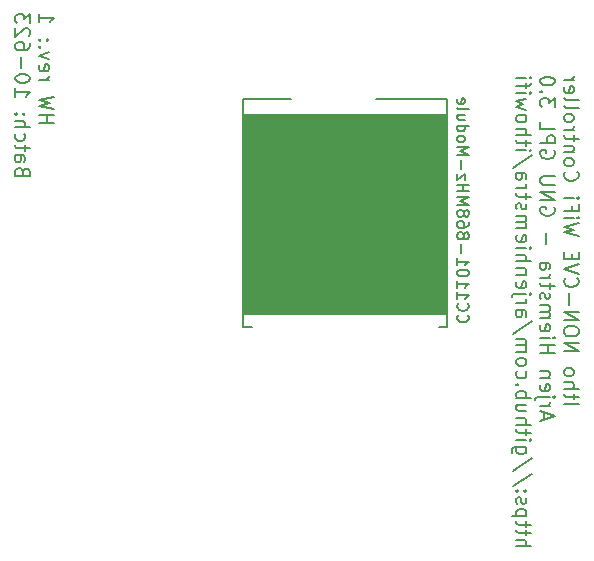
<source format=gbo>
G04 #@! TF.GenerationSoftware,KiCad,Pcbnew,(6.0.8-1)-1*
G04 #@! TF.CreationDate,2023-02-13T12:35:40+01:00*
G04 #@! TF.ProjectId,ithowifi_4l,6974686f-7769-4666-995f-346c2e6b6963,rev?*
G04 #@! TF.SameCoordinates,Original*
G04 #@! TF.FileFunction,Legend,Bot*
G04 #@! TF.FilePolarity,Positive*
%FSLAX46Y46*%
G04 Gerber Fmt 4.6, Leading zero omitted, Abs format (unit mm)*
G04 Created by KiCad (PCBNEW (6.0.8-1)-1) date 2023-02-13 12:35:40*
%MOMM*%
%LPD*%
G01*
G04 APERTURE LIST*
%ADD10C,0.100000*%
%ADD11C,0.200000*%
%ADD12C,0.150000*%
G04 APERTURE END LIST*
D10*
G36*
X103202000Y-135417558D02*
G01*
X85955400Y-135417558D01*
X85930000Y-118450358D01*
X103202000Y-118450358D01*
X103202000Y-135417558D01*
G37*
X103202000Y-135417558D02*
X85955400Y-135417558D01*
X85930000Y-118450358D01*
X103202000Y-118450358D01*
X103202000Y-135417558D01*
D11*
X113075393Y-143011000D02*
X114321393Y-143011000D01*
X113906060Y-142595666D02*
X113906060Y-142121000D01*
X114321393Y-142417666D02*
X113253393Y-142417666D01*
X113134726Y-142358333D01*
X113075393Y-142239666D01*
X113075393Y-142121000D01*
X113075393Y-141705666D02*
X114321393Y-141705666D01*
X113075393Y-141171666D02*
X113728060Y-141171666D01*
X113846726Y-141231000D01*
X113906060Y-141349666D01*
X113906060Y-141527666D01*
X113846726Y-141646333D01*
X113787393Y-141705666D01*
X113075393Y-140400333D02*
X113134726Y-140519000D01*
X113194060Y-140578333D01*
X113312726Y-140637666D01*
X113668726Y-140637666D01*
X113787393Y-140578333D01*
X113846726Y-140519000D01*
X113906060Y-140400333D01*
X113906060Y-140222333D01*
X113846726Y-140103666D01*
X113787393Y-140044333D01*
X113668726Y-139985000D01*
X113312726Y-139985000D01*
X113194060Y-140044333D01*
X113134726Y-140103666D01*
X113075393Y-140222333D01*
X113075393Y-140400333D01*
X113075393Y-138501666D02*
X114321393Y-138501666D01*
X113075393Y-137789666D01*
X114321393Y-137789666D01*
X114321393Y-136959000D02*
X114321393Y-136721666D01*
X114262060Y-136603000D01*
X114143393Y-136484333D01*
X113906060Y-136425000D01*
X113490726Y-136425000D01*
X113253393Y-136484333D01*
X113134726Y-136603000D01*
X113075393Y-136721666D01*
X113075393Y-136959000D01*
X113134726Y-137077666D01*
X113253393Y-137196333D01*
X113490726Y-137255666D01*
X113906060Y-137255666D01*
X114143393Y-137196333D01*
X114262060Y-137077666D01*
X114321393Y-136959000D01*
X113075393Y-135891000D02*
X114321393Y-135891000D01*
X113075393Y-135179000D01*
X114321393Y-135179000D01*
X113550060Y-134585666D02*
X113550060Y-133636333D01*
X113194060Y-132331000D02*
X113134726Y-132390333D01*
X113075393Y-132568333D01*
X113075393Y-132687000D01*
X113134726Y-132865000D01*
X113253393Y-132983666D01*
X113372060Y-133043000D01*
X113609393Y-133102333D01*
X113787393Y-133102333D01*
X114024726Y-133043000D01*
X114143393Y-132983666D01*
X114262060Y-132865000D01*
X114321393Y-132687000D01*
X114321393Y-132568333D01*
X114262060Y-132390333D01*
X114202726Y-132331000D01*
X114321393Y-131975000D02*
X113075393Y-131559666D01*
X114321393Y-131144333D01*
X113728060Y-130729000D02*
X113728060Y-130313666D01*
X113075393Y-130135666D02*
X113075393Y-130729000D01*
X114321393Y-130729000D01*
X114321393Y-130135666D01*
X114321393Y-128771000D02*
X113075393Y-128474333D01*
X113965393Y-128237000D01*
X113075393Y-127999666D01*
X114321393Y-127703000D01*
X113075393Y-127228333D02*
X113906060Y-127228333D01*
X114321393Y-127228333D02*
X114262060Y-127287666D01*
X114202726Y-127228333D01*
X114262060Y-127169000D01*
X114321393Y-127228333D01*
X114202726Y-127228333D01*
X113728060Y-126219666D02*
X113728060Y-126635000D01*
X113075393Y-126635000D02*
X114321393Y-126635000D01*
X114321393Y-126041666D01*
X113075393Y-125567000D02*
X113906060Y-125567000D01*
X114321393Y-125567000D02*
X114262060Y-125626333D01*
X114202726Y-125567000D01*
X114262060Y-125507666D01*
X114321393Y-125567000D01*
X114202726Y-125567000D01*
X113194060Y-123312333D02*
X113134726Y-123371666D01*
X113075393Y-123549666D01*
X113075393Y-123668333D01*
X113134726Y-123846333D01*
X113253393Y-123965000D01*
X113372060Y-124024333D01*
X113609393Y-124083666D01*
X113787393Y-124083666D01*
X114024726Y-124024333D01*
X114143393Y-123965000D01*
X114262060Y-123846333D01*
X114321393Y-123668333D01*
X114321393Y-123549666D01*
X114262060Y-123371666D01*
X114202726Y-123312333D01*
X113075393Y-122600333D02*
X113134726Y-122719000D01*
X113194060Y-122778333D01*
X113312726Y-122837666D01*
X113668726Y-122837666D01*
X113787393Y-122778333D01*
X113846726Y-122719000D01*
X113906060Y-122600333D01*
X113906060Y-122422333D01*
X113846726Y-122303666D01*
X113787393Y-122244333D01*
X113668726Y-122185000D01*
X113312726Y-122185000D01*
X113194060Y-122244333D01*
X113134726Y-122303666D01*
X113075393Y-122422333D01*
X113075393Y-122600333D01*
X113906060Y-121651000D02*
X113075393Y-121651000D01*
X113787393Y-121651000D02*
X113846726Y-121591666D01*
X113906060Y-121473000D01*
X113906060Y-121295000D01*
X113846726Y-121176333D01*
X113728060Y-121117000D01*
X113075393Y-121117000D01*
X113906060Y-120701666D02*
X113906060Y-120227000D01*
X114321393Y-120523666D02*
X113253393Y-120523666D01*
X113134726Y-120464333D01*
X113075393Y-120345666D01*
X113075393Y-120227000D01*
X113075393Y-119811666D02*
X113906060Y-119811666D01*
X113668726Y-119811666D02*
X113787393Y-119752333D01*
X113846726Y-119693000D01*
X113906060Y-119574333D01*
X113906060Y-119455666D01*
X113075393Y-118862333D02*
X113134726Y-118981000D01*
X113194060Y-119040333D01*
X113312726Y-119099666D01*
X113668726Y-119099666D01*
X113787393Y-119040333D01*
X113846726Y-118981000D01*
X113906060Y-118862333D01*
X113906060Y-118684333D01*
X113846726Y-118565666D01*
X113787393Y-118506333D01*
X113668726Y-118447000D01*
X113312726Y-118447000D01*
X113194060Y-118506333D01*
X113134726Y-118565666D01*
X113075393Y-118684333D01*
X113075393Y-118862333D01*
X113075393Y-117735000D02*
X113134726Y-117853666D01*
X113253393Y-117913000D01*
X114321393Y-117913000D01*
X113075393Y-117082333D02*
X113134726Y-117201000D01*
X113253393Y-117260333D01*
X114321393Y-117260333D01*
X113134726Y-116133000D02*
X113075393Y-116251666D01*
X113075393Y-116489000D01*
X113134726Y-116607666D01*
X113253393Y-116667000D01*
X113728060Y-116667000D01*
X113846726Y-116607666D01*
X113906060Y-116489000D01*
X113906060Y-116251666D01*
X113846726Y-116133000D01*
X113728060Y-116073666D01*
X113609393Y-116073666D01*
X113490726Y-116667000D01*
X113075393Y-115539666D02*
X113906060Y-115539666D01*
X113668726Y-115539666D02*
X113787393Y-115480333D01*
X113846726Y-115421000D01*
X113906060Y-115302333D01*
X113906060Y-115183666D01*
X111425333Y-144316333D02*
X111425333Y-143723000D01*
X111069333Y-144435000D02*
X112315333Y-144019666D01*
X111069333Y-143604333D01*
X111069333Y-143189000D02*
X111900000Y-143189000D01*
X111662666Y-143189000D02*
X111781333Y-143129666D01*
X111840666Y-143070333D01*
X111900000Y-142951666D01*
X111900000Y-142833000D01*
X111900000Y-142417666D02*
X110832000Y-142417666D01*
X110713333Y-142477000D01*
X110654000Y-142595666D01*
X110654000Y-142655000D01*
X112315333Y-142417666D02*
X112256000Y-142477000D01*
X112196666Y-142417666D01*
X112256000Y-142358333D01*
X112315333Y-142417666D01*
X112196666Y-142417666D01*
X111128666Y-141349666D02*
X111069333Y-141468333D01*
X111069333Y-141705666D01*
X111128666Y-141824333D01*
X111247333Y-141883666D01*
X111722000Y-141883666D01*
X111840666Y-141824333D01*
X111900000Y-141705666D01*
X111900000Y-141468333D01*
X111840666Y-141349666D01*
X111722000Y-141290333D01*
X111603333Y-141290333D01*
X111484666Y-141883666D01*
X111900000Y-140756333D02*
X111069333Y-140756333D01*
X111781333Y-140756333D02*
X111840666Y-140697000D01*
X111900000Y-140578333D01*
X111900000Y-140400333D01*
X111840666Y-140281666D01*
X111722000Y-140222333D01*
X111069333Y-140222333D01*
X111069333Y-138679666D02*
X112315333Y-138679666D01*
X111722000Y-138679666D02*
X111722000Y-137967666D01*
X111069333Y-137967666D02*
X112315333Y-137967666D01*
X111069333Y-137374333D02*
X111900000Y-137374333D01*
X112315333Y-137374333D02*
X112256000Y-137433666D01*
X112196666Y-137374333D01*
X112256000Y-137315000D01*
X112315333Y-137374333D01*
X112196666Y-137374333D01*
X111128666Y-136306333D02*
X111069333Y-136425000D01*
X111069333Y-136662333D01*
X111128666Y-136781000D01*
X111247333Y-136840333D01*
X111722000Y-136840333D01*
X111840666Y-136781000D01*
X111900000Y-136662333D01*
X111900000Y-136425000D01*
X111840666Y-136306333D01*
X111722000Y-136247000D01*
X111603333Y-136247000D01*
X111484666Y-136840333D01*
X111069333Y-135713000D02*
X111900000Y-135713000D01*
X111781333Y-135713000D02*
X111840666Y-135653666D01*
X111900000Y-135535000D01*
X111900000Y-135357000D01*
X111840666Y-135238333D01*
X111722000Y-135179000D01*
X111069333Y-135179000D01*
X111722000Y-135179000D02*
X111840666Y-135119666D01*
X111900000Y-135001000D01*
X111900000Y-134823000D01*
X111840666Y-134704333D01*
X111722000Y-134645000D01*
X111069333Y-134645000D01*
X111128666Y-134111000D02*
X111069333Y-133992333D01*
X111069333Y-133755000D01*
X111128666Y-133636333D01*
X111247333Y-133577000D01*
X111306666Y-133577000D01*
X111425333Y-133636333D01*
X111484666Y-133755000D01*
X111484666Y-133933000D01*
X111544000Y-134051666D01*
X111662666Y-134111000D01*
X111722000Y-134111000D01*
X111840666Y-134051666D01*
X111900000Y-133933000D01*
X111900000Y-133755000D01*
X111840666Y-133636333D01*
X111900000Y-133221000D02*
X111900000Y-132746333D01*
X112315333Y-133043000D02*
X111247333Y-133043000D01*
X111128666Y-132983666D01*
X111069333Y-132865000D01*
X111069333Y-132746333D01*
X111069333Y-132331000D02*
X111900000Y-132331000D01*
X111662666Y-132331000D02*
X111781333Y-132271666D01*
X111840666Y-132212333D01*
X111900000Y-132093666D01*
X111900000Y-131975000D01*
X111069333Y-131025666D02*
X111722000Y-131025666D01*
X111840666Y-131085000D01*
X111900000Y-131203666D01*
X111900000Y-131441000D01*
X111840666Y-131559666D01*
X111128666Y-131025666D02*
X111069333Y-131144333D01*
X111069333Y-131441000D01*
X111128666Y-131559666D01*
X111247333Y-131619000D01*
X111366000Y-131619000D01*
X111484666Y-131559666D01*
X111544000Y-131441000D01*
X111544000Y-131144333D01*
X111603333Y-131025666D01*
X111544000Y-129483000D02*
X111544000Y-128533666D01*
X112256000Y-126338333D02*
X112315333Y-126457000D01*
X112315333Y-126635000D01*
X112256000Y-126813000D01*
X112137333Y-126931666D01*
X112018666Y-126991000D01*
X111781333Y-127050333D01*
X111603333Y-127050333D01*
X111366000Y-126991000D01*
X111247333Y-126931666D01*
X111128666Y-126813000D01*
X111069333Y-126635000D01*
X111069333Y-126516333D01*
X111128666Y-126338333D01*
X111188000Y-126279000D01*
X111603333Y-126279000D01*
X111603333Y-126516333D01*
X111069333Y-125745000D02*
X112315333Y-125745000D01*
X111069333Y-125033000D01*
X112315333Y-125033000D01*
X112315333Y-124439666D02*
X111306666Y-124439666D01*
X111188000Y-124380333D01*
X111128666Y-124321000D01*
X111069333Y-124202333D01*
X111069333Y-123965000D01*
X111128666Y-123846333D01*
X111188000Y-123787000D01*
X111306666Y-123727666D01*
X112315333Y-123727666D01*
X112256000Y-121532333D02*
X112315333Y-121651000D01*
X112315333Y-121829000D01*
X112256000Y-122007000D01*
X112137333Y-122125666D01*
X112018666Y-122185000D01*
X111781333Y-122244333D01*
X111603333Y-122244333D01*
X111366000Y-122185000D01*
X111247333Y-122125666D01*
X111128666Y-122007000D01*
X111069333Y-121829000D01*
X111069333Y-121710333D01*
X111128666Y-121532333D01*
X111188000Y-121473000D01*
X111603333Y-121473000D01*
X111603333Y-121710333D01*
X111069333Y-120939000D02*
X112315333Y-120939000D01*
X112315333Y-120464333D01*
X112256000Y-120345666D01*
X112196666Y-120286333D01*
X112078000Y-120227000D01*
X111900000Y-120227000D01*
X111781333Y-120286333D01*
X111722000Y-120345666D01*
X111662666Y-120464333D01*
X111662666Y-120939000D01*
X111069333Y-119099666D02*
X111069333Y-119693000D01*
X112315333Y-119693000D01*
X112315333Y-117853666D02*
X112315333Y-117082333D01*
X111840666Y-117497666D01*
X111840666Y-117319666D01*
X111781333Y-117201000D01*
X111722000Y-117141666D01*
X111603333Y-117082333D01*
X111306666Y-117082333D01*
X111188000Y-117141666D01*
X111128666Y-117201000D01*
X111069333Y-117319666D01*
X111069333Y-117675666D01*
X111128666Y-117794333D01*
X111188000Y-117853666D01*
X111188000Y-116548333D02*
X111128666Y-116489000D01*
X111069333Y-116548333D01*
X111128666Y-116607666D01*
X111188000Y-116548333D01*
X111069333Y-116548333D01*
X112315333Y-115717666D02*
X112315333Y-115599000D01*
X112256000Y-115480333D01*
X112196666Y-115421000D01*
X112078000Y-115361666D01*
X111840666Y-115302333D01*
X111544000Y-115302333D01*
X111306666Y-115361666D01*
X111188000Y-115421000D01*
X111128666Y-115480333D01*
X111069333Y-115599000D01*
X111069333Y-115717666D01*
X111128666Y-115836333D01*
X111188000Y-115895666D01*
X111306666Y-115955000D01*
X111544000Y-116014333D01*
X111840666Y-116014333D01*
X112078000Y-115955000D01*
X112196666Y-115895666D01*
X112256000Y-115836333D01*
X112315333Y-115717666D01*
X109063273Y-155055666D02*
X110309273Y-155055666D01*
X109063273Y-154521666D02*
X109715940Y-154521666D01*
X109834606Y-154581000D01*
X109893940Y-154699666D01*
X109893940Y-154877666D01*
X109834606Y-154996333D01*
X109775273Y-155055666D01*
X109893940Y-154106333D02*
X109893940Y-153631666D01*
X110309273Y-153928333D02*
X109241273Y-153928333D01*
X109122606Y-153869000D01*
X109063273Y-153750333D01*
X109063273Y-153631666D01*
X109893940Y-153394333D02*
X109893940Y-152919666D01*
X110309273Y-153216333D02*
X109241273Y-153216333D01*
X109122606Y-153157000D01*
X109063273Y-153038333D01*
X109063273Y-152919666D01*
X109893940Y-152504333D02*
X108647940Y-152504333D01*
X109834606Y-152504333D02*
X109893940Y-152385666D01*
X109893940Y-152148333D01*
X109834606Y-152029666D01*
X109775273Y-151970333D01*
X109656606Y-151911000D01*
X109300606Y-151911000D01*
X109181940Y-151970333D01*
X109122606Y-152029666D01*
X109063273Y-152148333D01*
X109063273Y-152385666D01*
X109122606Y-152504333D01*
X109122606Y-151436333D02*
X109063273Y-151317666D01*
X109063273Y-151080333D01*
X109122606Y-150961666D01*
X109241273Y-150902333D01*
X109300606Y-150902333D01*
X109419273Y-150961666D01*
X109478606Y-151080333D01*
X109478606Y-151258333D01*
X109537940Y-151377000D01*
X109656606Y-151436333D01*
X109715940Y-151436333D01*
X109834606Y-151377000D01*
X109893940Y-151258333D01*
X109893940Y-151080333D01*
X109834606Y-150961666D01*
X109181940Y-150368333D02*
X109122606Y-150309000D01*
X109063273Y-150368333D01*
X109122606Y-150427666D01*
X109181940Y-150368333D01*
X109063273Y-150368333D01*
X109834606Y-150368333D02*
X109775273Y-150309000D01*
X109715940Y-150368333D01*
X109775273Y-150427666D01*
X109834606Y-150368333D01*
X109715940Y-150368333D01*
X110368606Y-148885000D02*
X108766606Y-149953000D01*
X110368606Y-147579666D02*
X108766606Y-148647666D01*
X109893940Y-146630333D02*
X108885273Y-146630333D01*
X108766606Y-146689666D01*
X108707273Y-146749000D01*
X108647940Y-146867666D01*
X108647940Y-147045666D01*
X108707273Y-147164333D01*
X109122606Y-146630333D02*
X109063273Y-146749000D01*
X109063273Y-146986333D01*
X109122606Y-147105000D01*
X109181940Y-147164333D01*
X109300606Y-147223666D01*
X109656606Y-147223666D01*
X109775273Y-147164333D01*
X109834606Y-147105000D01*
X109893940Y-146986333D01*
X109893940Y-146749000D01*
X109834606Y-146630333D01*
X109063273Y-146037000D02*
X109893940Y-146037000D01*
X110309273Y-146037000D02*
X110249940Y-146096333D01*
X110190606Y-146037000D01*
X110249940Y-145977666D01*
X110309273Y-146037000D01*
X110190606Y-146037000D01*
X109893940Y-145621666D02*
X109893940Y-145147000D01*
X110309273Y-145443666D02*
X109241273Y-145443666D01*
X109122606Y-145384333D01*
X109063273Y-145265666D01*
X109063273Y-145147000D01*
X109063273Y-144731666D02*
X110309273Y-144731666D01*
X109063273Y-144197666D02*
X109715940Y-144197666D01*
X109834606Y-144257000D01*
X109893940Y-144375666D01*
X109893940Y-144553666D01*
X109834606Y-144672333D01*
X109775273Y-144731666D01*
X109893940Y-143070333D02*
X109063273Y-143070333D01*
X109893940Y-143604333D02*
X109241273Y-143604333D01*
X109122606Y-143545000D01*
X109063273Y-143426333D01*
X109063273Y-143248333D01*
X109122606Y-143129666D01*
X109181940Y-143070333D01*
X109063273Y-142477000D02*
X110309273Y-142477000D01*
X109834606Y-142477000D02*
X109893940Y-142358333D01*
X109893940Y-142121000D01*
X109834606Y-142002333D01*
X109775273Y-141943000D01*
X109656606Y-141883666D01*
X109300606Y-141883666D01*
X109181940Y-141943000D01*
X109122606Y-142002333D01*
X109063273Y-142121000D01*
X109063273Y-142358333D01*
X109122606Y-142477000D01*
X109181940Y-141349666D02*
X109122606Y-141290333D01*
X109063273Y-141349666D01*
X109122606Y-141409000D01*
X109181940Y-141349666D01*
X109063273Y-141349666D01*
X109122606Y-140222333D02*
X109063273Y-140341000D01*
X109063273Y-140578333D01*
X109122606Y-140697000D01*
X109181940Y-140756333D01*
X109300606Y-140815666D01*
X109656606Y-140815666D01*
X109775273Y-140756333D01*
X109834606Y-140697000D01*
X109893940Y-140578333D01*
X109893940Y-140341000D01*
X109834606Y-140222333D01*
X109063273Y-139510333D02*
X109122606Y-139629000D01*
X109181940Y-139688333D01*
X109300606Y-139747666D01*
X109656606Y-139747666D01*
X109775273Y-139688333D01*
X109834606Y-139629000D01*
X109893940Y-139510333D01*
X109893940Y-139332333D01*
X109834606Y-139213666D01*
X109775273Y-139154333D01*
X109656606Y-139095000D01*
X109300606Y-139095000D01*
X109181940Y-139154333D01*
X109122606Y-139213666D01*
X109063273Y-139332333D01*
X109063273Y-139510333D01*
X109063273Y-138561000D02*
X109893940Y-138561000D01*
X109775273Y-138561000D02*
X109834606Y-138501666D01*
X109893940Y-138383000D01*
X109893940Y-138205000D01*
X109834606Y-138086333D01*
X109715940Y-138027000D01*
X109063273Y-138027000D01*
X109715940Y-138027000D02*
X109834606Y-137967666D01*
X109893940Y-137849000D01*
X109893940Y-137671000D01*
X109834606Y-137552333D01*
X109715940Y-137493000D01*
X109063273Y-137493000D01*
X110368606Y-136009666D02*
X108766606Y-137077666D01*
X109063273Y-135060333D02*
X109715940Y-135060333D01*
X109834606Y-135119666D01*
X109893940Y-135238333D01*
X109893940Y-135475666D01*
X109834606Y-135594333D01*
X109122606Y-135060333D02*
X109063273Y-135179000D01*
X109063273Y-135475666D01*
X109122606Y-135594333D01*
X109241273Y-135653666D01*
X109359940Y-135653666D01*
X109478606Y-135594333D01*
X109537940Y-135475666D01*
X109537940Y-135179000D01*
X109597273Y-135060333D01*
X109063273Y-134467000D02*
X109893940Y-134467000D01*
X109656606Y-134467000D02*
X109775273Y-134407666D01*
X109834606Y-134348333D01*
X109893940Y-134229666D01*
X109893940Y-134111000D01*
X109893940Y-133695666D02*
X108825940Y-133695666D01*
X108707273Y-133755000D01*
X108647940Y-133873666D01*
X108647940Y-133933000D01*
X110309273Y-133695666D02*
X110249940Y-133755000D01*
X110190606Y-133695666D01*
X110249940Y-133636333D01*
X110309273Y-133695666D01*
X110190606Y-133695666D01*
X109122606Y-132627666D02*
X109063273Y-132746333D01*
X109063273Y-132983666D01*
X109122606Y-133102333D01*
X109241273Y-133161666D01*
X109715940Y-133161666D01*
X109834606Y-133102333D01*
X109893940Y-132983666D01*
X109893940Y-132746333D01*
X109834606Y-132627666D01*
X109715940Y-132568333D01*
X109597273Y-132568333D01*
X109478606Y-133161666D01*
X109893940Y-132034333D02*
X109063273Y-132034333D01*
X109775273Y-132034333D02*
X109834606Y-131975000D01*
X109893940Y-131856333D01*
X109893940Y-131678333D01*
X109834606Y-131559666D01*
X109715940Y-131500333D01*
X109063273Y-131500333D01*
X109063273Y-130907000D02*
X110309273Y-130907000D01*
X109063273Y-130373000D02*
X109715940Y-130373000D01*
X109834606Y-130432333D01*
X109893940Y-130551000D01*
X109893940Y-130729000D01*
X109834606Y-130847666D01*
X109775273Y-130907000D01*
X109063273Y-129779666D02*
X109893940Y-129779666D01*
X110309273Y-129779666D02*
X110249940Y-129839000D01*
X110190606Y-129779666D01*
X110249940Y-129720333D01*
X110309273Y-129779666D01*
X110190606Y-129779666D01*
X109122606Y-128711666D02*
X109063273Y-128830333D01*
X109063273Y-129067666D01*
X109122606Y-129186333D01*
X109241273Y-129245666D01*
X109715940Y-129245666D01*
X109834606Y-129186333D01*
X109893940Y-129067666D01*
X109893940Y-128830333D01*
X109834606Y-128711666D01*
X109715940Y-128652333D01*
X109597273Y-128652333D01*
X109478606Y-129245666D01*
X109063273Y-128118333D02*
X109893940Y-128118333D01*
X109775273Y-128118333D02*
X109834606Y-128059000D01*
X109893940Y-127940333D01*
X109893940Y-127762333D01*
X109834606Y-127643666D01*
X109715940Y-127584333D01*
X109063273Y-127584333D01*
X109715940Y-127584333D02*
X109834606Y-127525000D01*
X109893940Y-127406333D01*
X109893940Y-127228333D01*
X109834606Y-127109666D01*
X109715940Y-127050333D01*
X109063273Y-127050333D01*
X109122606Y-126516333D02*
X109063273Y-126397666D01*
X109063273Y-126160333D01*
X109122606Y-126041666D01*
X109241273Y-125982333D01*
X109300606Y-125982333D01*
X109419273Y-126041666D01*
X109478606Y-126160333D01*
X109478606Y-126338333D01*
X109537940Y-126457000D01*
X109656606Y-126516333D01*
X109715940Y-126516333D01*
X109834606Y-126457000D01*
X109893940Y-126338333D01*
X109893940Y-126160333D01*
X109834606Y-126041666D01*
X109893940Y-125626333D02*
X109893940Y-125151666D01*
X110309273Y-125448333D02*
X109241273Y-125448333D01*
X109122606Y-125389000D01*
X109063273Y-125270333D01*
X109063273Y-125151666D01*
X109063273Y-124736333D02*
X109893940Y-124736333D01*
X109656606Y-124736333D02*
X109775273Y-124677000D01*
X109834606Y-124617666D01*
X109893940Y-124499000D01*
X109893940Y-124380333D01*
X109063273Y-123431000D02*
X109715940Y-123431000D01*
X109834606Y-123490333D01*
X109893940Y-123609000D01*
X109893940Y-123846333D01*
X109834606Y-123965000D01*
X109122606Y-123431000D02*
X109063273Y-123549666D01*
X109063273Y-123846333D01*
X109122606Y-123965000D01*
X109241273Y-124024333D01*
X109359940Y-124024333D01*
X109478606Y-123965000D01*
X109537940Y-123846333D01*
X109537940Y-123549666D01*
X109597273Y-123431000D01*
X110368606Y-121947666D02*
X108766606Y-123015666D01*
X109063273Y-121532333D02*
X109893940Y-121532333D01*
X110309273Y-121532333D02*
X110249940Y-121591666D01*
X110190606Y-121532333D01*
X110249940Y-121473000D01*
X110309273Y-121532333D01*
X110190606Y-121532333D01*
X109893940Y-121117000D02*
X109893940Y-120642333D01*
X110309273Y-120939000D02*
X109241273Y-120939000D01*
X109122606Y-120879666D01*
X109063273Y-120761000D01*
X109063273Y-120642333D01*
X109063273Y-120227000D02*
X110309273Y-120227000D01*
X109063273Y-119693000D02*
X109715940Y-119693000D01*
X109834606Y-119752333D01*
X109893940Y-119871000D01*
X109893940Y-120049000D01*
X109834606Y-120167666D01*
X109775273Y-120227000D01*
X109063273Y-118921666D02*
X109122606Y-119040333D01*
X109181940Y-119099666D01*
X109300606Y-119159000D01*
X109656606Y-119159000D01*
X109775273Y-119099666D01*
X109834606Y-119040333D01*
X109893940Y-118921666D01*
X109893940Y-118743666D01*
X109834606Y-118625000D01*
X109775273Y-118565666D01*
X109656606Y-118506333D01*
X109300606Y-118506333D01*
X109181940Y-118565666D01*
X109122606Y-118625000D01*
X109063273Y-118743666D01*
X109063273Y-118921666D01*
X109893940Y-118091000D02*
X109063273Y-117853666D01*
X109656606Y-117616333D01*
X109063273Y-117379000D01*
X109893940Y-117141666D01*
X109063273Y-116667000D02*
X109893940Y-116667000D01*
X110309273Y-116667000D02*
X110249940Y-116726333D01*
X110190606Y-116667000D01*
X110249940Y-116607666D01*
X110309273Y-116667000D01*
X110190606Y-116667000D01*
X109893940Y-116251666D02*
X109893940Y-115777000D01*
X109063273Y-116073666D02*
X110131273Y-116073666D01*
X110249940Y-116014333D01*
X110309273Y-115895666D01*
X110309273Y-115777000D01*
X109063273Y-115361666D02*
X109893940Y-115361666D01*
X110309273Y-115361666D02*
X110249940Y-115421000D01*
X110190606Y-115361666D01*
X110249940Y-115302333D01*
X110309273Y-115361666D01*
X110190606Y-115361666D01*
X68638363Y-119224333D02*
X69884363Y-119224333D01*
X69291030Y-119224333D02*
X69291030Y-118512333D01*
X68638363Y-118512333D02*
X69884363Y-118512333D01*
X69884363Y-118037666D02*
X68638363Y-117741000D01*
X69528363Y-117503666D01*
X68638363Y-117266333D01*
X69884363Y-116969666D01*
X68638363Y-115545666D02*
X69469030Y-115545666D01*
X69231696Y-115545666D02*
X69350363Y-115486333D01*
X69409696Y-115427000D01*
X69469030Y-115308333D01*
X69469030Y-115189666D01*
X68697696Y-114299666D02*
X68638363Y-114418333D01*
X68638363Y-114655666D01*
X68697696Y-114774333D01*
X68816363Y-114833666D01*
X69291030Y-114833666D01*
X69409696Y-114774333D01*
X69469030Y-114655666D01*
X69469030Y-114418333D01*
X69409696Y-114299666D01*
X69291030Y-114240333D01*
X69172363Y-114240333D01*
X69053696Y-114833666D01*
X69469030Y-113825000D02*
X68638363Y-113528333D01*
X69469030Y-113231666D01*
X68757030Y-112757000D02*
X68697696Y-112697666D01*
X68638363Y-112757000D01*
X68697696Y-112816333D01*
X68757030Y-112757000D01*
X68638363Y-112757000D01*
X68757030Y-112163666D02*
X68697696Y-112104333D01*
X68638363Y-112163666D01*
X68697696Y-112223000D01*
X68757030Y-112163666D01*
X68638363Y-112163666D01*
X69409696Y-112163666D02*
X69350363Y-112104333D01*
X69291030Y-112163666D01*
X69350363Y-112223000D01*
X69409696Y-112163666D01*
X69291030Y-112163666D01*
X68638363Y-109968333D02*
X68638363Y-110680333D01*
X68638363Y-110324333D02*
X69884363Y-110324333D01*
X69706363Y-110443000D01*
X69587696Y-110561666D01*
X69528363Y-110680333D01*
X67284970Y-123318333D02*
X67225636Y-123140333D01*
X67166303Y-123081000D01*
X67047636Y-123021666D01*
X66869636Y-123021666D01*
X66750970Y-123081000D01*
X66691636Y-123140333D01*
X66632303Y-123259000D01*
X66632303Y-123733666D01*
X67878303Y-123733666D01*
X67878303Y-123318333D01*
X67818970Y-123199666D01*
X67759636Y-123140333D01*
X67640970Y-123081000D01*
X67522303Y-123081000D01*
X67403636Y-123140333D01*
X67344303Y-123199666D01*
X67284970Y-123318333D01*
X67284970Y-123733666D01*
X66632303Y-121953666D02*
X67284970Y-121953666D01*
X67403636Y-122013000D01*
X67462970Y-122131666D01*
X67462970Y-122369000D01*
X67403636Y-122487666D01*
X66691636Y-121953666D02*
X66632303Y-122072333D01*
X66632303Y-122369000D01*
X66691636Y-122487666D01*
X66810303Y-122547000D01*
X66928970Y-122547000D01*
X67047636Y-122487666D01*
X67106970Y-122369000D01*
X67106970Y-122072333D01*
X67166303Y-121953666D01*
X67462970Y-121538333D02*
X67462970Y-121063666D01*
X67878303Y-121360333D02*
X66810303Y-121360333D01*
X66691636Y-121301000D01*
X66632303Y-121182333D01*
X66632303Y-121063666D01*
X66691636Y-120114333D02*
X66632303Y-120233000D01*
X66632303Y-120470333D01*
X66691636Y-120589000D01*
X66750970Y-120648333D01*
X66869636Y-120707666D01*
X67225636Y-120707666D01*
X67344303Y-120648333D01*
X67403636Y-120589000D01*
X67462970Y-120470333D01*
X67462970Y-120233000D01*
X67403636Y-120114333D01*
X66632303Y-119580333D02*
X67878303Y-119580333D01*
X66632303Y-119046333D02*
X67284970Y-119046333D01*
X67403636Y-119105666D01*
X67462970Y-119224333D01*
X67462970Y-119402333D01*
X67403636Y-119521000D01*
X67344303Y-119580333D01*
X66750970Y-118453000D02*
X66691636Y-118393666D01*
X66632303Y-118453000D01*
X66691636Y-118512333D01*
X66750970Y-118453000D01*
X66632303Y-118453000D01*
X67403636Y-118453000D02*
X67344303Y-118393666D01*
X67284970Y-118453000D01*
X67344303Y-118512333D01*
X67403636Y-118453000D01*
X67284970Y-118453000D01*
X66632303Y-116257666D02*
X66632303Y-116969666D01*
X66632303Y-116613666D02*
X67878303Y-116613666D01*
X67700303Y-116732333D01*
X67581636Y-116851000D01*
X67522303Y-116969666D01*
X67878303Y-115486333D02*
X67878303Y-115367666D01*
X67818970Y-115249000D01*
X67759636Y-115189666D01*
X67640970Y-115130333D01*
X67403636Y-115071000D01*
X67106970Y-115071000D01*
X66869636Y-115130333D01*
X66750970Y-115189666D01*
X66691636Y-115249000D01*
X66632303Y-115367666D01*
X66632303Y-115486333D01*
X66691636Y-115605000D01*
X66750970Y-115664333D01*
X66869636Y-115723666D01*
X67106970Y-115783000D01*
X67403636Y-115783000D01*
X67640970Y-115723666D01*
X67759636Y-115664333D01*
X67818970Y-115605000D01*
X67878303Y-115486333D01*
X67106970Y-114537000D02*
X67106970Y-113587666D01*
X67878303Y-112460333D02*
X67878303Y-112697666D01*
X67818970Y-112816333D01*
X67759636Y-112875666D01*
X67581636Y-112994333D01*
X67344303Y-113053666D01*
X66869636Y-113053666D01*
X66750970Y-112994333D01*
X66691636Y-112935000D01*
X66632303Y-112816333D01*
X66632303Y-112579000D01*
X66691636Y-112460333D01*
X66750970Y-112401000D01*
X66869636Y-112341666D01*
X67166303Y-112341666D01*
X67284970Y-112401000D01*
X67344303Y-112460333D01*
X67403636Y-112579000D01*
X67403636Y-112816333D01*
X67344303Y-112935000D01*
X67284970Y-112994333D01*
X67166303Y-113053666D01*
X67759636Y-111867000D02*
X67818970Y-111807666D01*
X67878303Y-111689000D01*
X67878303Y-111392333D01*
X67818970Y-111273666D01*
X67759636Y-111214333D01*
X67640970Y-111155000D01*
X67522303Y-111155000D01*
X67344303Y-111214333D01*
X66632303Y-111926333D01*
X66632303Y-111155000D01*
X67878303Y-110739666D02*
X67878303Y-109968333D01*
X67403636Y-110383666D01*
X67403636Y-110205666D01*
X67344303Y-110087000D01*
X67284970Y-110027666D01*
X67166303Y-109968333D01*
X66869636Y-109968333D01*
X66750970Y-110027666D01*
X66691636Y-110087000D01*
X66632303Y-110205666D01*
X66632303Y-110561666D01*
X66691636Y-110680333D01*
X66750970Y-110739666D01*
D12*
X104118848Y-135474298D02*
X104071229Y-135521917D01*
X104023610Y-135664774D01*
X104023610Y-135760012D01*
X104071229Y-135902869D01*
X104166467Y-135998107D01*
X104261705Y-136045726D01*
X104452181Y-136093346D01*
X104595038Y-136093346D01*
X104785514Y-136045726D01*
X104880752Y-135998107D01*
X104975991Y-135902869D01*
X105023610Y-135760012D01*
X105023610Y-135664774D01*
X104975991Y-135521917D01*
X104928371Y-135474298D01*
X104118848Y-134474298D02*
X104071229Y-134521917D01*
X104023610Y-134664774D01*
X104023610Y-134760012D01*
X104071229Y-134902869D01*
X104166467Y-134998107D01*
X104261705Y-135045726D01*
X104452181Y-135093346D01*
X104595038Y-135093346D01*
X104785514Y-135045726D01*
X104880752Y-134998107D01*
X104975991Y-134902869D01*
X105023610Y-134760012D01*
X105023610Y-134664774D01*
X104975991Y-134521917D01*
X104928371Y-134474298D01*
X104023610Y-133521917D02*
X104023610Y-134093346D01*
X104023610Y-133807631D02*
X105023610Y-133807631D01*
X104880752Y-133902869D01*
X104785514Y-133998107D01*
X104737895Y-134093346D01*
X104023610Y-132569536D02*
X104023610Y-133140965D01*
X104023610Y-132855250D02*
X105023610Y-132855250D01*
X104880752Y-132950488D01*
X104785514Y-133045726D01*
X104737895Y-133140965D01*
X105023610Y-131950488D02*
X105023610Y-131855250D01*
X104975991Y-131760012D01*
X104928371Y-131712393D01*
X104833133Y-131664774D01*
X104642657Y-131617155D01*
X104404562Y-131617155D01*
X104214086Y-131664774D01*
X104118848Y-131712393D01*
X104071229Y-131760012D01*
X104023610Y-131855250D01*
X104023610Y-131950488D01*
X104071229Y-132045726D01*
X104118848Y-132093346D01*
X104214086Y-132140965D01*
X104404562Y-132188584D01*
X104642657Y-132188584D01*
X104833133Y-132140965D01*
X104928371Y-132093346D01*
X104975991Y-132045726D01*
X105023610Y-131950488D01*
X104023610Y-130664774D02*
X104023610Y-131236203D01*
X104023610Y-130950488D02*
X105023610Y-130950488D01*
X104880752Y-131045726D01*
X104785514Y-131140965D01*
X104737895Y-131236203D01*
X104404562Y-130236203D02*
X104404562Y-129474298D01*
X104595038Y-128855250D02*
X104642657Y-128950488D01*
X104690276Y-128998107D01*
X104785514Y-129045726D01*
X104833133Y-129045726D01*
X104928371Y-128998107D01*
X104975991Y-128950488D01*
X105023610Y-128855250D01*
X105023610Y-128664774D01*
X104975991Y-128569536D01*
X104928371Y-128521917D01*
X104833133Y-128474298D01*
X104785514Y-128474298D01*
X104690276Y-128521917D01*
X104642657Y-128569536D01*
X104595038Y-128664774D01*
X104595038Y-128855250D01*
X104547419Y-128950488D01*
X104499800Y-128998107D01*
X104404562Y-129045726D01*
X104214086Y-129045726D01*
X104118848Y-128998107D01*
X104071229Y-128950488D01*
X104023610Y-128855250D01*
X104023610Y-128664774D01*
X104071229Y-128569536D01*
X104118848Y-128521917D01*
X104214086Y-128474298D01*
X104404562Y-128474298D01*
X104499800Y-128521917D01*
X104547419Y-128569536D01*
X104595038Y-128664774D01*
X105023610Y-127617155D02*
X105023610Y-127807631D01*
X104975991Y-127902869D01*
X104928371Y-127950488D01*
X104785514Y-128045726D01*
X104595038Y-128093346D01*
X104214086Y-128093346D01*
X104118848Y-128045726D01*
X104071229Y-127998107D01*
X104023610Y-127902869D01*
X104023610Y-127712393D01*
X104071229Y-127617155D01*
X104118848Y-127569536D01*
X104214086Y-127521917D01*
X104452181Y-127521917D01*
X104547419Y-127569536D01*
X104595038Y-127617155D01*
X104642657Y-127712393D01*
X104642657Y-127902869D01*
X104595038Y-127998107D01*
X104547419Y-128045726D01*
X104452181Y-128093346D01*
X104595038Y-126950488D02*
X104642657Y-127045726D01*
X104690276Y-127093346D01*
X104785514Y-127140965D01*
X104833133Y-127140965D01*
X104928371Y-127093346D01*
X104975991Y-127045726D01*
X105023610Y-126950488D01*
X105023610Y-126760012D01*
X104975991Y-126664774D01*
X104928371Y-126617155D01*
X104833133Y-126569536D01*
X104785514Y-126569536D01*
X104690276Y-126617155D01*
X104642657Y-126664774D01*
X104595038Y-126760012D01*
X104595038Y-126950488D01*
X104547419Y-127045726D01*
X104499800Y-127093346D01*
X104404562Y-127140965D01*
X104214086Y-127140965D01*
X104118848Y-127093346D01*
X104071229Y-127045726D01*
X104023610Y-126950488D01*
X104023610Y-126760012D01*
X104071229Y-126664774D01*
X104118848Y-126617155D01*
X104214086Y-126569536D01*
X104404562Y-126569536D01*
X104499800Y-126617155D01*
X104547419Y-126664774D01*
X104595038Y-126760012D01*
X104023610Y-126140965D02*
X105023610Y-126140965D01*
X104309324Y-125807631D01*
X105023610Y-125474298D01*
X104023610Y-125474298D01*
X104023610Y-124998107D02*
X105023610Y-124998107D01*
X104547419Y-124998107D02*
X104547419Y-124426679D01*
X104023610Y-124426679D02*
X105023610Y-124426679D01*
X104690276Y-124045726D02*
X104690276Y-123521917D01*
X104023610Y-124045726D01*
X104023610Y-123521917D01*
X104404562Y-123140965D02*
X104404562Y-122379060D01*
X104023610Y-121902869D02*
X105023610Y-121902869D01*
X104309324Y-121569536D01*
X105023610Y-121236203D01*
X104023610Y-121236203D01*
X104023610Y-120617155D02*
X104071229Y-120712393D01*
X104118848Y-120760012D01*
X104214086Y-120807631D01*
X104499800Y-120807631D01*
X104595038Y-120760012D01*
X104642657Y-120712393D01*
X104690276Y-120617155D01*
X104690276Y-120474298D01*
X104642657Y-120379060D01*
X104595038Y-120331441D01*
X104499800Y-120283822D01*
X104214086Y-120283822D01*
X104118848Y-120331441D01*
X104071229Y-120379060D01*
X104023610Y-120474298D01*
X104023610Y-120617155D01*
X104023610Y-119426679D02*
X105023610Y-119426679D01*
X104071229Y-119426679D02*
X104023610Y-119521917D01*
X104023610Y-119712393D01*
X104071229Y-119807631D01*
X104118848Y-119855250D01*
X104214086Y-119902869D01*
X104499800Y-119902869D01*
X104595038Y-119855250D01*
X104642657Y-119807631D01*
X104690276Y-119712393D01*
X104690276Y-119521917D01*
X104642657Y-119426679D01*
X104690276Y-118521917D02*
X104023610Y-118521917D01*
X104690276Y-118950488D02*
X104166467Y-118950488D01*
X104071229Y-118902869D01*
X104023610Y-118807631D01*
X104023610Y-118664774D01*
X104071229Y-118569536D01*
X104118848Y-118521917D01*
X104023610Y-117902869D02*
X104071229Y-117998107D01*
X104166467Y-118045726D01*
X105023610Y-118045726D01*
X104071229Y-117140965D02*
X104023610Y-117236203D01*
X104023610Y-117426679D01*
X104071229Y-117521917D01*
X104166467Y-117569536D01*
X104547419Y-117569536D01*
X104642657Y-117521917D01*
X104690276Y-117426679D01*
X104690276Y-117236203D01*
X104642657Y-117140965D01*
X104547419Y-117093346D01*
X104452181Y-117093346D01*
X104356943Y-117569536D01*
X85920000Y-117197358D02*
X85920000Y-136497358D01*
X85920000Y-136497358D02*
X86670000Y-136497358D01*
X89945000Y-117197358D02*
X85920000Y-117197358D01*
X103220000Y-136497358D02*
X103220000Y-117197358D01*
X103220000Y-117197358D02*
X97195000Y-117197358D01*
X102470000Y-136497358D02*
X103220000Y-136497358D01*
M02*

</source>
